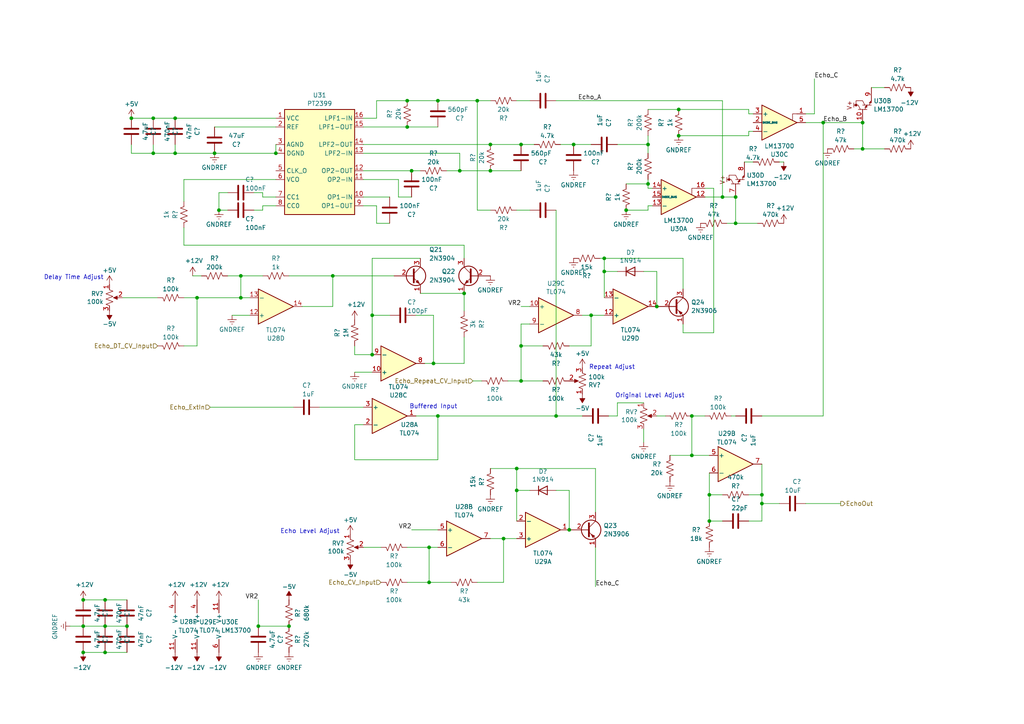
<source format=kicad_sch>
(kicad_sch (version 20230121) (generator eeschema)
  (paper "A4")
  (junction (at 57.15 86.36))
  (junction (at 175.26 74.93))
  (junction (at 36.83 181.61))
  (junction (at 30.48 181.61))
  (junction (at 119.38 49.53))
  (junction (at 220.98 146.05))
  (junction (at 62.23 44.45))
  (junction (at 142.24 41.91))
  (junction (at 196.85 31.75))
  (junction (at 124.46 158.75))
  (junction (at 69.85 80.01))
  (junction (at 127 29.21))
  (junction (at 138.43 29.21))
  (junction (at 151.13 41.91))
  (junction (at 238.76 35.56))
  (junction (at 134.62 85.09))
  (junction (at 250.19 43.18))
  (junction (at 30.48 173.99))
  (junction (at 196.85 39.37))
  (junction (at 213.36 64.77))
  (junction (at 250.19 35.56))
  (junction (at 124.46 168.91))
  (junction (at 205.74 143.51))
  (junction (at 142.24 49.53))
  (junction (at 107.95 91.44))
  (junction (at 44.45 34.29))
  (junction (at 165.1 153.67))
  (junction (at 80.01 44.45))
  (junction (at 171.45 91.44))
  (junction (at 149.86 142.24))
  (junction (at 200.66 132.08))
  (junction (at 127 120.65))
  (junction (at 213.36 57.15))
  (junction (at 146.05 156.21))
  (junction (at 151.13 100.33))
  (junction (at 74.93 181.61))
  (junction (at 149.86 135.89))
  (junction (at 83.82 181.61))
  (junction (at 205.74 151.13))
  (junction (at 50.8 34.29))
  (junction (at 187.96 53.34))
  (junction (at 30.48 189.23))
  (junction (at 44.45 44.45))
  (junction (at 133.35 49.53))
  (junction (at 69.85 86.36))
  (junction (at 118.11 36.83))
  (junction (at 24.13 173.99))
  (junction (at 190.5 88.9))
  (junction (at 161.29 120.65))
  (junction (at 125.73 105.41))
  (junction (at 50.8 44.45))
  (junction (at 166.37 41.91))
  (junction (at 209.55 57.15))
  (junction (at 63.5 60.96))
  (junction (at 96.52 80.01))
  (junction (at 151.13 110.49))
  (junction (at 107.95 102.87))
  (junction (at 220.98 143.51))
  (junction (at 181.61 60.96))
  (junction (at 175.26 78.74))
  (junction (at 187.96 41.91))
  (junction (at 118.11 29.21))
  (junction (at 24.13 181.61))
  (junction (at 24.13 189.23))
  (junction (at 38.1 34.29))
  (junction (at 200.66 120.65))
  (wire (pts (xy 165.1 153.67) (xy 165.1 142.24)))
  (wire (pts (xy 127 29.21) (xy 138.43 29.21)))
  (wire (pts (xy 142.24 41.91) (xy 151.13 41.91)))
  (wire (pts (xy 24.13 189.23) (xy 30.48 189.23)))
  (wire (pts (xy 53.34 71.12) (xy 53.34 66.04)))
  (wire (pts (xy 125.73 105.41) (xy 134.62 105.41)))
  (wire (pts (xy 105.41 41.91) (xy 142.24 41.91)))
  (wire (pts (xy 186.69 78.74) (xy 190.5 78.74)))
  (wire (pts (xy 187.96 60.96) (xy 187.96 59.69)))
  (wire (pts (xy 187.96 31.75) (xy 196.85 31.75)))
  (wire (pts (xy 76.2 57.15) (xy 76.2 55.88)))
  (wire (pts (xy 190.5 78.74) (xy 190.5 88.9)))
  (wire (pts (xy 69.85 80.01) (xy 76.2 80.01)))
  (wire (pts (xy 44.45 44.45) (xy 38.1 44.45)))
  (wire (pts (xy 105.41 52.07) (xy 115.57 52.07)))
  (wire (pts (xy 133.35 49.53) (xy 142.24 49.53)))
  (wire (pts (xy 220.98 120.65) (xy 238.76 120.65)))
  (wire (pts (xy 179.07 120.65) (xy 179.07 116.84)))
  (wire (pts (xy 175.26 74.93) (xy 198.12 74.93)))
  (wire (pts (xy 107.95 74.93) (xy 121.92 74.93)))
  (wire (pts (xy 187.96 59.69) (xy 189.23 59.69)))
  (wire (pts (xy 109.22 34.29) (xy 105.41 34.29)))
  (wire (pts (xy 105.41 57.15) (xy 113.03 57.15)))
  (wire (pts (xy 250.19 43.18) (xy 250.19 35.56)))
  (wire (pts (xy 118.11 36.83) (xy 127 36.83)))
  (wire (pts (xy 24.13 173.99) (xy 30.48 173.99)))
  (wire (pts (xy 102.87 102.87) (xy 102.87 100.33)))
  (wire (pts (xy 236.22 22.86) (xy 236.22 33.02)))
  (wire (pts (xy 107.95 91.44) (xy 107.95 74.93)))
  (wire (pts (xy 204.47 54.61) (xy 207.01 54.61)))
  (wire (pts (xy 44.45 34.29) (xy 50.8 34.29)))
  (wire (pts (xy 105.41 49.53) (xy 119.38 49.53)))
  (wire (pts (xy 233.68 35.56) (xy 238.76 35.56)))
  (wire (pts (xy 76.2 55.88) (xy 73.66 55.88)))
  (wire (pts (xy 109.22 59.69) (xy 109.22 64.77)))
  (wire (pts (xy 105.41 44.45) (xy 133.35 44.45)))
  (wire (pts (xy 189.23 54.61) (xy 187.96 54.61)))
  (wire (pts (xy 175.26 86.36) (xy 175.26 78.74)))
  (wire (pts (xy 134.62 71.12) (xy 53.34 71.12)))
  (wire (pts (xy 149.86 135.89) (xy 172.72 135.89)))
  (wire (pts (xy 142.24 49.53) (xy 151.13 49.53)))
  (wire (pts (xy 196.85 31.75) (xy 217.17 31.75)))
  (wire (pts (xy 107.95 102.87) (xy 102.87 102.87)))
  (wire (pts (xy 60.96 118.11) (xy 85.09 118.11)))
  (wire (pts (xy 69.85 86.36) (xy 72.39 86.36)))
  (wire (pts (xy 238.76 35.56) (xy 250.19 35.56)))
  (wire (pts (xy 76.2 60.96) (xy 76.2 59.69)))
  (wire (pts (xy 74.93 181.61) (xy 83.82 181.61)))
  (wire (pts (xy 149.86 29.21) (xy 153.67 29.21)))
  (wire (pts (xy 213.36 64.77) (xy 213.36 57.15)))
  (wire (pts (xy 53.34 100.33) (xy 57.15 100.33)))
  (wire (pts (xy 120.65 120.65) (xy 127 120.65)))
  (wire (pts (xy 218.44 38.1) (xy 217.17 38.1)))
  (wire (pts (xy 220.98 143.51) (xy 220.98 146.05)))
  (wire (pts (xy 134.62 71.12) (xy 134.62 74.93)))
  (wire (pts (xy 220.98 151.13) (xy 220.98 146.05)))
  (wire (pts (xy 153.67 60.96) (xy 149.86 60.96)))
  (wire (pts (xy 233.68 33.02) (xy 236.22 33.02)))
  (wire (pts (xy 217.17 38.1) (xy 217.17 39.37)))
  (wire (pts (xy 181.61 60.96) (xy 187.96 60.96)))
  (wire (pts (xy 179.07 116.84) (xy 186.69 116.84)))
  (wire (pts (xy 62.23 44.45) (xy 50.8 44.45)))
  (wire (pts (xy 107.95 102.87) (xy 107.95 91.44)))
  (wire (pts (xy 102.87 107.95) (xy 107.95 107.95)))
  (wire (pts (xy 151.13 110.49) (xy 157.48 110.49)))
  (wire (pts (xy 161.29 120.65) (xy 168.91 120.65)))
  (wire (pts (xy 62.23 36.83) (xy 80.01 36.83)))
  (wire (pts (xy 142.24 135.89) (xy 149.86 135.89)))
  (wire (pts (xy 76.2 57.15) (xy 80.01 57.15)))
  (wire (pts (xy 205.74 143.51) (xy 205.74 151.13)))
  (wire (pts (xy 181.61 53.34) (xy 187.96 53.34)))
  (wire (pts (xy 220.98 146.05) (xy 226.06 146.05)))
  (wire (pts (xy 124.46 158.75) (xy 127 158.75)))
  (wire (pts (xy 186.69 124.46) (xy 186.69 128.27)))
  (wire (pts (xy 83.82 80.01) (xy 96.52 80.01)))
  (wire (pts (xy 20.32 181.61) (xy 24.13 181.61)))
  (wire (pts (xy 87.63 88.9) (xy 96.52 88.9)))
  (wire (pts (xy 175.26 78.74) (xy 175.26 74.93)))
  (wire (pts (xy 38.1 34.29) (xy 44.45 34.29)))
  (wire (pts (xy 35.56 86.36) (xy 45.72 86.36)))
  (wire (pts (xy 168.91 91.44) (xy 171.45 91.44)))
  (wire (pts (xy 133.35 44.45) (xy 133.35 49.53)))
  (wire (pts (xy 38.1 44.45) (xy 38.1 41.91)))
  (wire (pts (xy 76.2 59.69) (xy 80.01 59.69)))
  (wire (pts (xy 92.71 118.11) (xy 105.41 118.11)))
  (wire (pts (xy 62.23 44.45) (xy 80.01 44.45)))
  (wire (pts (xy 205.74 137.16) (xy 205.74 143.51)))
  (wire (pts (xy 247.65 43.18) (xy 250.19 43.18)))
  (wire (pts (xy 73.66 60.96) (xy 76.2 60.96)))
  (wire (pts (xy 127 120.65) (xy 161.29 120.65)))
  (wire (pts (xy 187.96 53.34) (xy 187.96 54.61)))
  (wire (pts (xy 130.81 168.91) (xy 124.46 168.91)))
  (wire (pts (xy 146.05 168.91) (xy 146.05 156.21)))
  (wire (pts (xy 161.29 29.21) (xy 209.55 29.21)))
  (wire (pts (xy 194.31 132.08) (xy 200.66 132.08)))
  (wire (pts (xy 55.88 80.01) (xy 58.42 80.01)))
  (wire (pts (xy 142.24 156.21) (xy 146.05 156.21)))
  (wire (pts (xy 209.55 143.51) (xy 205.74 143.51)))
  (wire (pts (xy 209.55 57.15) (xy 213.36 57.15)))
  (wire (pts (xy 171.45 91.44) (xy 175.26 91.44)))
  (wire (pts (xy 157.48 100.33) (xy 151.13 100.33)))
  (wire (pts (xy 67.31 91.44) (xy 72.39 91.44)))
  (wire (pts (xy 102.87 123.19) (xy 105.41 123.19)))
  (wire (pts (xy 220.98 134.62) (xy 220.98 143.51)))
  (wire (pts (xy 30.48 173.99) (xy 36.83 173.99)))
  (wire (pts (xy 118.11 168.91) (xy 124.46 168.91)))
  (wire (pts (xy 120.65 91.44) (xy 125.73 91.44)))
  (wire (pts (xy 238.76 120.65) (xy 238.76 35.56)))
  (wire (pts (xy 124.46 168.91) (xy 124.46 158.75)))
  (wire (pts (xy 176.53 120.65) (xy 179.07 120.65)))
  (wire (pts (xy 119.38 153.67) (xy 127 153.67)))
  (wire (pts (xy 118.11 158.75) (xy 124.46 158.75)))
  (wire (pts (xy 162.56 41.91) (xy 166.37 41.91)))
  (wire (pts (xy 44.45 41.91) (xy 44.45 44.45)))
  (wire (pts (xy 233.68 146.05) (xy 243.84 146.05)))
  (wire (pts (xy 63.5 55.88) (xy 63.5 60.96)))
  (wire (pts (xy 96.52 88.9) (xy 96.52 80.01)))
  (wire (pts (xy 187.96 39.37) (xy 187.96 41.91)))
  (wire (pts (xy 205.74 151.13) (xy 209.55 151.13)))
  (wire (pts (xy 105.41 158.75) (xy 110.49 158.75)))
  (wire (pts (xy 198.12 93.98) (xy 198.12 96.52)))
  (wire (pts (xy 109.22 64.77) (xy 113.03 64.77)))
  (wire (pts (xy 200.66 120.65) (xy 204.47 120.65)))
  (wire (pts (xy 209.55 57.15) (xy 209.55 29.21)))
  (wire (pts (xy 53.34 86.36) (xy 57.15 86.36)))
  (wire (pts (xy 115.57 52.07) (xy 115.57 57.15)))
  (wire (pts (xy 172.72 158.75) (xy 172.72 170.18)))
  (wire (pts (xy 134.62 85.09) (xy 134.62 90.17)))
  (wire (pts (xy 125.73 91.44) (xy 125.73 105.41)))
  (wire (pts (xy 30.48 189.23) (xy 36.83 189.23)))
  (wire (pts (xy 50.8 34.29) (xy 80.01 34.29)))
  (wire (pts (xy 102.87 123.19) (xy 102.87 133.35)))
  (wire (pts (xy 175.26 78.74) (xy 179.07 78.74)))
  (wire (pts (xy 252.73 25.4) (xy 256.54 25.4)))
  (wire (pts (xy 139.7 110.49) (xy 137.16 110.49)))
  (wire (pts (xy 109.22 34.29) (xy 109.22 29.21)))
  (wire (pts (xy 207.01 54.61) (xy 207.01 96.52)))
  (wire (pts (xy 196.85 39.37) (xy 217.17 39.37)))
  (wire (pts (xy 57.15 86.36) (xy 57.15 100.33)))
  (wire (pts (xy 63.5 60.96) (xy 66.04 60.96)))
  (wire (pts (xy 213.36 64.77) (xy 219.71 64.77)))
  (wire (pts (xy 24.13 181.61) (xy 30.48 181.61)))
  (wire (pts (xy 66.04 55.88) (xy 63.5 55.88)))
  (wire (pts (xy 123.19 105.41) (xy 125.73 105.41)))
  (wire (pts (xy 129.54 49.53) (xy 133.35 49.53)))
  (wire (pts (xy 215.9 46.99) (xy 218.44 46.99)))
  (wire (pts (xy 175.26 74.93) (xy 173.99 74.93)))
  (wire (pts (xy 151.13 41.91) (xy 154.94 41.91)))
  (wire (pts (xy 96.52 80.01) (xy 114.3 80.01)))
  (wire (pts (xy 69.85 86.36) (xy 69.85 80.01)))
  (wire (pts (xy 74.93 173.99) (xy 74.93 181.61)))
  (wire (pts (xy 66.04 80.01) (xy 69.85 80.01)))
  (wire (pts (xy 187.96 41.91) (xy 179.07 41.91)))
  (wire (pts (xy 50.8 44.45) (xy 44.45 44.45)))
  (wire (pts (xy 187.96 44.45) (xy 187.96 41.91)))
  (wire (pts (xy 134.62 105.41) (xy 134.62 97.79)))
  (wire (pts (xy 121.92 85.09) (xy 134.62 85.09)))
  (wire (pts (xy 149.86 135.89) (xy 149.86 142.24)))
  (wire (pts (xy 109.22 29.21) (xy 118.11 29.21)))
  (wire (pts (xy 210.82 64.77) (xy 213.36 64.77)))
  (wire (pts (xy 151.13 100.33) (xy 151.13 93.98)))
  (wire (pts (xy 250.19 43.18) (xy 256.54 43.18)))
  (wire (pts (xy 204.47 57.15) (xy 209.55 57.15)))
  (wire (pts (xy 217.17 33.02) (xy 218.44 33.02)))
  (wire (pts (xy 190.5 120.65) (xy 193.04 120.65)))
  (wire (pts (xy 50.8 41.91) (xy 50.8 44.45)))
  (wire (pts (xy 151.13 93.98) (xy 153.67 93.98)))
  (wire (pts (xy 147.32 110.49) (xy 151.13 110.49)))
  (wire (pts (xy 115.57 57.15) (xy 119.38 57.15)))
  (wire (pts (xy 80.01 41.91) (xy 80.01 44.45)))
  (wire (pts (xy 80.01 52.07) (xy 53.34 52.07)))
  (wire (pts (xy 118.11 29.21) (xy 127 29.21)))
  (wire (pts (xy 138.43 60.96) (xy 138.43 29.21)))
  (wire (pts (xy 105.41 36.83) (xy 118.11 36.83)))
  (wire (pts (xy 151.13 100.33) (xy 151.13 110.49)))
  (wire (pts (xy 149.86 142.24) (xy 153.67 142.24)))
  (wire (pts (xy 205.74 132.08) (xy 200.66 132.08)))
  (wire (pts (xy 57.15 86.36) (xy 69.85 86.36)))
  (wire (pts (xy 217.17 143.51) (xy 220.98 143.51)))
  (wire (pts (xy 105.41 59.69) (xy 109.22 59.69)))
  (wire (pts (xy 161.29 120.65) (xy 161.29 60.96)))
  (wire (pts (xy 138.43 168.91) (xy 146.05 168.91)))
  (wire (pts (xy 171.45 100.33) (xy 171.45 91.44)))
  (wire (pts (xy 142.24 60.96) (xy 138.43 60.96)))
  (wire (pts (xy 172.72 148.59) (xy 172.72 135.89)))
  (wire (pts (xy 213.36 120.65) (xy 212.09 120.65)))
  (wire (pts (xy 107.95 91.44) (xy 113.03 91.44)))
  (wire (pts (xy 165.1 100.33) (xy 171.45 100.33)))
  (wire (pts (xy 146.05 156.21) (xy 149.86 156.21)))
  (wire (pts (xy 198.12 74.93) (xy 198.12 83.82)))
  (wire (pts (xy 198.12 96.52) (xy 207.01 96.52)))
  (wire (pts (xy 30.48 181.61) (xy 36.83 181.61)))
  (wire (pts (xy 138.43 29.21) (xy 142.24 29.21)))
  (wire (pts (xy 217.17 31.75) (xy 217.17 33.02)))
  (wire (pts (xy 200.66 120.65) (xy 200.66 132.08)))
  (wire (pts (xy 151.13 88.9) (xy 153.67 88.9)))
  (wire (pts (xy 53.34 52.07) (xy 53.34 58.42)))
  (wire (pts (xy 161.29 142.24) (xy 165.1 142.24)))
  (wire (pts (xy 149.86 142.24) (xy 149.86 151.13)))
  (wire (pts (xy 187.96 52.07) (xy 187.96 53.34)))
  (wire (pts (xy 166.37 41.91) (xy 171.45 41.91)))
  (wire (pts (xy 226.06 46.99) (xy 227.33 46.99)))
  (wire (pts (xy 119.38 49.53) (xy 121.92 49.53)))
  (wire (pts (xy 217.17 151.13) (xy 220.98 151.13)))
  (wire (pts (xy 127 133.35) (xy 127 120.65)))
  (wire (pts (xy 102.87 133.35) (xy 127 133.35)))
  (text "Buffered Input" (at 118.745 118.745 0) (effects (font (size 1.27 1.27)) (justify left bottom)))
  (text "Original Level Adjust" (at 178.435 115.57 0) (effects (font (size 1.27 1.27)) (justify left bottom)))
  (text "Echo Level Adjust" (at 81.28 154.94 0) (effects (font (size 1.27 1.27)) (justify left bottom)))
  (text "Repeat Adjust" (at 170.815 107.315 0) (effects (font (size 1.27 1.27)) (justify left bottom)))
  (text "Delay Time Adjust" (at 12.7 81.28 0) (effects (font (size 1.27 1.27)) (justify left bottom)))
  (label "Echo_C" (at 236.22 22.86 0))
  (label "Echo_C" (at 172.72 170.18 0))
  (label "Echo_B" (at 238.76 35.56 0))
  (label "VR2" (at 119.38 153.67 180))
  (label "VR2" (at 74.93 173.99 180))
  (label "VR2" (at 151.13 88.9 180))
  (label "Echo_A" (at 167.64 29.21 0))
  (hierarchical_label "Echo_CV_Input" (shape input) (at 110.49 168.91 180))
  (hierarchical_label "Echo_ExtIn" (shape input) (at 60.96 118.11 180))
  (hierarchical_label "Echo_Repeat_CV_Input" (shape input) (at 137.16 110.49 180))
  (hierarchical_label "Echo_DT_CV_Input" (shape input) (at 45.72 100.33 180))
  (hierarchical_label "EchoOut" (shape output) (at 243.84 146.05 0))
  (symbol (lib_id "Device:R_US") (at 196.85 35.56 0) (mirror y) (unit 1)
    (property "Reference" "R?" (at 191.77 35.56 90))
    (property "Value" "1k" (at 194.31 35.56 90))
    (property "Footprint" "Resistor_SMD:R_0603_1608Metric" (effects hide))
    (instances (project "SynthProj" (path "" (reference "R?") (unit 1)) (path "" (reference "R?") (unit 1)) (path "" (reference "R294") (unit 1))))
  )
  (symbol (lib_id "power:+5V") (at 38.1 34.29 0) (unit 1)
    (property "Reference" "#PWR0326" (effects hide))
    (property "Value" "+5V" (at 38.1 30.1569 0))
  )
  (symbol (lib_id "Device:C") (at 151.13 45.72 180) (unit 1)
    (property "Reference" "C?" (at 158.75 46.99 0) (effects (justify left)))
    (property "Value" "560pF" (at 160.02 44.45 0) (effects (justify left)))
    (property "Footprint" "Capacitor_SMD:C_0603_1608Metric" (effects hide))
    (instances (project "SynthProj" (path "" (reference "C?") (unit 1)) (path "" (reference "C?") (unit 1)) (path "" (reference "C154") (unit 1))))
  )
  (symbol (lib_id "Device:C") (at 116.84 91.44 270) (unit 1)
    (property "Reference" "C?" (at 118.11 87.63 90) (effects (justify left)))
    (property "Value" "100pF" (at 118.11 90.17 90) (effects (justify left)))
    (property "Footprint" "Capacitor_SMD:C_0603_1608Metric" (effects hide))
    (instances (project "SynthProj" (path "" (reference "C?") (unit 1)) (path "" (reference "C?") (unit 1)) (path "" (reference "C151") (unit 1))))
  )
  (symbol (lib_id "Diode:1N914") (at 182.88 78.74 0) (unit 1)
    (property "Reference" "D?" (at 182.88 73.2282 0))
    (property "Value" "1N914" (at 182.88 75.5396 0))
    (property "Footprint" "Diode_SMD:D_SOD-323F" (effects hide))
    (property "Datasheet" "http://www.vishay.com/docs/85622/1n914.pdf" (effects hide))
    (instances (project "SynthProj" (path "" (reference "D?") (unit 1)) (path "" (reference "D?") (unit 1)) (path "" (reference "D83") (unit 1))))
  )
  (symbol (lib_id "Device:C") (at 38.1 38.1 180) (unit 1)
    (property "Reference" "C?" (at 44.5008 38.1 90))
    (property "Value" "4.7uF" (at 42.1894 38.1 90))
    (property "Footprint" "Capacitor_SMD:C_0805_2012Metric" (effects hide))
    (instances (project "SynthProj" (path "" (reference "C?") (unit 1)) (path "" (reference "C141") (unit 1))))
  )
  (symbol (lib_id "Device:C") (at 166.37 45.72 180) (unit 1)
    (property "Reference" "C?" (at 173.99 46.99 0) (effects (justify left)))
    (property "Value" "100nF" (at 175.26 44.45 0) (effects (justify left)))
    (property "Footprint" "Capacitor_SMD:C_0603_1608Metric" (effects hide))
    (instances (project "SynthProj" (path "" (reference "C?") (unit 1)) (path "" (reference "C?") (unit 1)) (path "" (reference "C157") (unit 1))))
  )
  (symbol (lib_id "Device:R_US") (at 158.75 41.91 270) (mirror x) (unit 1)
    (property "Reference" "R?" (at 158.75 36.83 90))
    (property "Value" "4.7k" (at 158.75 39.37 90))
    (property "Footprint" "Resistor_SMD:R_0603_1608Metric" (effects hide))
    (instances (project "SynthProj" (path "" (reference "R?") (unit 1)) (path "" (reference "R?") (unit 1)) (path "" (reference "R286") (unit 1))))
  )
  (symbol (lib_id "power:GNDREF") (at 203.2 64.77 0) (mirror y) (unit 1)
    (property "Reference" "#PWR0358" (effects hide))
    (property "Value" "GNDREF" (at 203.2 68.9031 0))
  )
  (symbol (lib_id "Amplifier_Operational:LM13700") (at 226.06 35.56 0) (mirror x) (unit 3)
    (property "Reference" "U30" (at 226.06 44.7843 0))
    (property "Value" "LM13700" (at 226.06 42.3601 0))
    (property "Footprint" "Package_SO:SO-16_5.3x10.2mm_P1.27mm" (effects hide))
    (property "Datasheet" "http://www.ti.com/lit/ds/symlink/lm13700.pdf" (effects hide))
  )
  (symbol (lib_id "power:GNDREF") (at 142.24 143.51 0) (mirror y) (unit 1)
    (property "Reference" "#PWR0349" (effects hide))
    (property "Value" "GNDREF" (at 142.24 147.6431 0))
  )
  (symbol (lib_id "Transistor_BJT:2N3906") (at 195.58 88.9 0) (unit 1)
    (property "Reference" "Q24" (at 200.4314 87.6879 0) (effects (justify left)))
    (property "Value" "2N3906" (at 200.4314 90.1121 0) (effects (justify left)))
    (property "Footprint" "Package_TO_SOT_THT:TO-92_Inline" (effects hide))
    (property "Datasheet" "https://www.onsemi.com/pub/Collateral/2N3906-D.PDF" (effects hide))
  )
  (symbol (lib_id "Device:C") (at 88.9 118.11 270) (unit 1)
    (property "Reference" "C?" (at 87.63 111.76 90) (effects (justify left)))
    (property "Value" "1uF" (at 87.63 114.3 90) (effects (justify left)))
    (property "Footprint" "Capacitor_SMD:C_0805_2012Metric" (effects hide))
    (instances (project "SynthProj" (path "" (reference "C?") (unit 1)) (path "" (reference "C?") (unit 1)) (path "" (reference "C148") (unit 1))))
  )
  (symbol (lib_id "Device:R_US") (at 161.29 110.49 270) (mirror x) (unit 1)
    (property "Reference" "R?" (at 161.29 113.03 90))
    (property "Value" "100k" (at 161.29 115.57 90))
    (property "Footprint" "Resistor_SMD:R_0603_1608Metric" (effects hide))
    (instances (project "SynthProj" (path "" (reference "R?") (unit 1)) (path "" (reference "R?") (unit 1)) (path "" (reference "R288") (unit 1))))
  )
  (symbol (lib_id "Device:C") (at 217.17 120.65 90) (unit 1)
    (property "Reference" "C?" (at 215.9 128.27 0) (effects (justify left)))
    (property "Value" "1uF" (at 218.44 129.54 0) (effects (justify left)))
    (property "Footprint" "Capacitor_SMD:C_0805_2012Metric" (effects hide))
    (instances (project "SynthProj" (path "" (reference "C?") (unit 1)) (path "" (reference "C?") (unit 1)) (path "" (reference "C161") (unit 1))))
  )
  (symbol (lib_id "Device:C") (at 24.13 177.8 180) (unit 1)
    (property "Reference" "C?" (at 30.5308 177.8 90))
    (property "Value" "4.7uF" (at 28.2194 177.8 90))
    (property "Footprint" "Capacitor_SMD:C_0805_2012Metric" (effects hide))
    (instances (project "SynthProj" (path "" (reference "C?") (unit 1)) (path "" (reference "C135") (unit 1))))
  )
  (symbol (lib_id "power:-12V") (at 57.15 189.23 180) (unit 1)
    (property "Reference" "#PWR?" (effects hide))
    (property "Value" "-12V" (at 56.769 193.6242 0))
    (instances (project "SynthProj" (path "" (reference "#PWR?") (unit 1)) (path "" (reference "#PWR0332") (unit 1))))
  )
  (symbol (lib_id "Amplifier_Operational:TL074") (at 115.57 105.41 0) (mirror x) (unit 3)
    (property "Reference" "U28" (at 115.57 114.6343 0))
    (property "Value" "TL074" (at 115.57 112.2101 0))
    (property "Footprint" "Package_SO:SO-14_3.9x8.65mm_P1.27mm" (effects hide))
    (property "Datasheet" "http://www.ti.com/lit/ds/symlink/tl071.pdf" (effects hide))
  )
  (symbol (lib_id "power:+5V") (at 168.91 106.68 0) (unit 1)
    (property "Reference" "#PWR0352" (effects hide))
    (property "Value" "+5V" (at 168.91 102.5469 0))
  )
  (symbol (lib_id "power:+12V") (at 50.8 173.99 0) (unit 1)
    (property "Reference" "#PWR?" (effects hide))
    (property "Value" "+12V" (at 51.181 169.5958 0))
    (instances (project "SynthProj" (path "" (reference "#PWR?") (unit 1)) (path "" (reference "#PWR0328") (unit 1))))
  )
  (symbol (lib_id "Device:R_US") (at 146.05 29.21 90) (mirror x) (unit 1)
    (property "Reference" "R?" (at 146.05 34.29 90))
    (property "Value" "20k" (at 146.05 31.75 90))
    (property "Footprint" "Resistor_SMD:R_0603_1608Metric" (effects hide))
    (instances (project "SynthProj" (path "" (reference "R?") (unit 1)) (path "" (reference "R?") (unit 1)) (path "" (reference "R284") (unit 1))))
  )
  (symbol (lib_id "power:GNDREF") (at 63.5 60.96 0) (mirror y) (unit 1)
    (property "Reference" "#PWR0334" (effects hide))
    (property "Value" "GNDREF" (at 63.5 65.0931 0))
  )
  (symbol (lib_id "power:+12V") (at 24.13 173.99 0) (unit 1)
    (property "Reference" "#PWR?" (effects hide))
    (property "Value" "+12V" (at 24.511 169.5958 0))
    (instances (project "SynthProj" (path "" (reference "#PWR?") (unit 1)) (path "" (reference "#PWR0322") (unit 1))))
  )
  (symbol (lib_id "Device:R_US") (at 187.96 48.26 0) (mirror y) (unit 1)
    (property "Reference" "R?" (at 182.88 48.26 90))
    (property "Value" "200k" (at 185.42 48.26 90))
    (property "Footprint" "Resistor_SMD:R_0603_1608Metric" (effects hide))
    (instances (project "SynthProj" (path "" (reference "R?") (unit 1)) (path "" (reference "R?") (unit 1)) (path "" (reference "R292") (unit 1))))
  )
  (symbol (lib_id "power:+12V") (at 102.87 92.71 0) (unit 1)
    (property "Reference" "#PWR?" (effects hide))
    (property "Value" "+12V" (at 103.251 88.3158 0))
    (instances (project "SynthProj" (path "" (reference "#PWR?") (unit 1)) (path "" (reference "#PWR0346") (unit 1))))
  )
  (symbol (lib_id "Device:R_US") (at 260.35 25.4 270) (mirror x) (unit 1)
    (property "Reference" "R?" (at 260.35 20.32 90))
    (property "Value" "4.7k" (at 260.35 22.86 90))
    (property "Footprint" "Resistor_SMD:R_0603_1608Metric" (effects hide))
    (instances (project "SynthProj" (path "" (reference "R?") (unit 1)) (path "" (reference "R?") (unit 1)) (path "" (reference "R303") (unit 1))))
  )
  (symbol (lib_id "Device:C") (at 127 33.02 180) (unit 1)
    (property "Reference" "C?" (at 134.62 34.29 0) (effects (justify left)))
    (property "Value" "560pF" (at 135.89 31.75 0) (effects (justify left)))
    (property "Footprint" "Capacitor_SMD:C_0603_1608Metric" (effects hide))
    (instances (project "SynthProj" (path "" (reference "C?") (unit 1)) (path "" (reference "C?") (unit 1)) (path "" (reference "C153") (unit 1))))
  )
  (symbol (lib_id "Device:R_US") (at 62.23 80.01 270) (mirror x) (unit 1)
    (property "Reference" "R?" (at 62.23 74.93 90))
    (property "Value" "200k" (at 62.23 77.47 90))
    (property "Footprint" "Resistor_SMD:R_0603_1608Metric" (effects hide))
    (instances (project "SynthProj" (path "" (reference "R?") (unit 1)) (path "" (reference "R?") (unit 1)) (path "" (reference "R266") (unit 1))))
  )
  (symbol (lib_id "Device:R_US") (at 243.84 43.18 270) (mirror x) (unit 1)
    (property "Reference" "R?" (at 243.84 38.1 90))
    (property "Value" "47k" (at 243.84 40.64 90))
    (property "Footprint" "Resistor_SMD:R_0603_1608Metric" (effects hide))
    (instances (project "SynthProj" (path "" (reference "R?") (unit 1)) (path "" (reference "R?") (unit 1)) (path "" (reference "R302") (unit 1))))
  )
  (symbol (lib_id "Device:R_US") (at 143.51 110.49 270) (mirror x) (unit 1)
    (property "Reference" "R?" (at 143.51 113.03 90))
    (property "Value" "100k" (at 143.51 115.57 90))
    (property "Footprint" "Resistor_SMD:R_0603_1608Metric" (effects hide))
    (instances (project "SynthProj" (path "" (reference "R?") (unit 1)) (path "" (reference "R?") (unit 1)) (path "" (reference "R283") (unit 1))))
  )
  (symbol (lib_id "Device:R_US") (at 181.61 57.15 0) (mirror y) (unit 1)
    (property "Reference" "R?" (at 176.53 57.15 90))
    (property "Value" "1k" (at 179.07 57.15 90))
    (property "Footprint" "Resistor_SMD:R_0603_1608Metric" (effects hide))
    (instances (project "SynthProj" (path "" (reference "R?") (unit 1)) (path "" (reference "R?") (unit 1)) (path "" (reference "R290") (unit 1))))
  )
  (symbol (lib_id "power:+5V") (at 101.6 154.94 0) (unit 1)
    (property "Reference" "#PWR0344" (effects hide))
    (property "Value" "+5V" (at 101.6 150.8069 0))
  )
  (symbol (lib_id "Device:R_US") (at 134.62 168.91 90) (mirror x) (unit 1)
    (property "Reference" "R?" (at 134.62 171.45 90))
    (property "Value" "43k" (at 134.62 173.99 90))
    (property "Footprint" "Resistor_SMD:R_0603_1608Metric" (effects hide))
    (instances (project "SynthProj" (path "" (reference "R?") (unit 1)) (path "" (reference "R?") (unit 1)) (path "" (reference "R280") (unit 1))))
  )
  (symbol (lib_id "power:+12V") (at 264.16 43.18 0) (unit 1)
    (property "Reference" "#PWR?" (effects hide))
    (property "Value" "+12V" (at 264.541 38.7858 0))
    (instances (project "SynthProj" (path "" (reference "#PWR?") (unit 1)) (path "" (reference "#PWR0364") (unit 1))))
  )
  (symbol (lib_id "power:GNDREF") (at 102.87 107.95 0) (mirror y) (unit 1)
    (property "Reference" "#PWR0347" (effects hide))
    (property "Value" "GNDREF" (at 102.87 112.0831 0))
  )
  (symbol (lib_id "power:GNDREF") (at 67.31 91.44 0) (mirror y) (unit 1)
    (property "Reference" "#PWR0337" (effects hide))
    (property "Value" "GNDREF" (at 67.31 95.5731 0))
  )
  (symbol (lib_id "Device:C") (at 213.36 151.13 270) (unit 1)
    (property "Reference" "C?" (at 212.09 144.78 90) (effects (justify left)))
    (property "Value" "22pF" (at 212.09 147.32 90) (effects (justify left)))
    (property "Footprint" "Capacitor_SMD:C_0603_1608Metric" (effects hide))
    (instances (project "SynthProj" (path "" (reference "C?") (unit 1)) (path "" (reference "C?") (unit 1)) (path "" (reference "C160") (unit 1))))
  )
  (symbol (lib_id "Device:R_US") (at 83.82 185.42 0) (mirror x) (unit 1)
    (property "Reference" "R?" (at 86.36 185.42 90))
    (property "Value" "270k" (at 88.9 185.42 90))
    (property "Footprint" "Resistor_SMD:R_0603_1608Metric" (effects hide))
    (instances (project "SynthProj" (path "" (reference "R?") (unit 1)) (path "" (reference "R?") (unit 1)) (path "" (reference "R270") (unit 1))))
  )
  (symbol (lib_id "Device:R_US") (at 207.01 64.77 270) (mirror x) (unit 1)
    (property "Reference" "R?" (at 207.01 59.69 90))
    (property "Value" "47k" (at 207.01 62.23 90))
    (property "Footprint" "Resistor_SMD:R_0603_1608Metric" (effects hide))
    (instances (project "SynthProj" (path "" (reference "R?") (unit 1)) (path "" (reference "R?") (unit 1)) (path "" (reference "R297") (unit 1))))
  )
  (symbol (lib_id "Device:R_US") (at 80.01 80.01 270) (mirror x) (unit 1)
    (property "Reference" "R?" (at 80.01 74.93 90))
    (property "Value" "1k" (at 80.01 77.47 90))
    (property "Footprint" "Resistor_SMD:R_0603_1608Metric" (effects hide))
    (instances (project "SynthProj" (path "" (reference "R?") (unit 1)) (path "" (reference "R?") (unit 1)) (path "" (reference "R268") (unit 1))))
  )
  (symbol (lib_id "Device:C") (at 157.48 29.21 270) (unit 1)
    (property "Reference" "C?" (at 158.75 21.59 0) (effects (justify left)))
    (property "Value" "1uF" (at 156.21 20.32 0) (effects (justify left)))
    (property "Footprint" "Capacitor_SMD:C_0805_2012Metric" (effects hide))
    (instances (project "SynthProj" (path "" (reference "C?") (unit 1)) (path "" (reference "C?") (unit 1)) (path "" (reference "C155") (unit 1))))
  )
  (symbol (lib_id "power:GNDREF") (at 142.24 80.01 0) (mirror y) (unit 1)
    (property "Reference" "#PWR0348" (effects hide))
    (property "Value" "GNDREF" (at 142.24 84.1431 0))
  )
  (symbol (lib_id "Transistor_BJT:2N3904") (at 137.16 80.01 0) (mirror y) (unit 1)
    (property "Reference" "Q22" (at 132.08 78.74 0) (effects (justify left)))
    (property "Value" "2N3904" (at 132.08 81.28 0) (effects (justify left)))
    (property "Footprint" "Package_TO_SOT_THT:TO-92_Inline" (effects hide))
    (property "Datasheet" "https://www.onsemi.com/pub/Collateral/2N3903-D.PDF" (effects hide))
  )
  (symbol (lib_id "Device:R_US") (at 205.74 154.94 0) (mirror y) (unit 1)
    (property "Reference" "R?" (at 201.93 153.67 0))
    (property "Value" "18k" (at 201.93 156.21 0))
    (property "Footprint" "Resistor_SMD:R_0603_1608Metric" (effects hide))
    (instances (project "SynthProj" (path "" (reference "R?") (unit 1)) (path "" (reference "R?") (unit 1)) (path "" (reference "R296") (unit 1))))
  )
  (symbol (lib_id "Device:R_US") (at 194.31 135.89 0) (mirror y) (unit 1)
    (property "Reference" "R?" (at 190.5 134.62 0))
    (property "Value" "20k" (at 190.5 137.16 0))
    (property "Footprint" "Resistor_SMD:R_0603_1608Metric" (effects hide))
    (instances (project "SynthProj" (path "" (reference "R?") (unit 1)) (path "" (reference "R?") (unit 1)) (path "" (reference "R293") (unit 1))))
  )
  (symbol (lib_id "power:+12V") (at 57.15 173.99 0) (unit 1)
    (property "Reference" "#PWR?" (effects hide))
    (property "Value" "+12V" (at 57.531 169.5958 0))
    (instances (project "SynthProj" (path "" (reference "#PWR?") (unit 1)) (path "" (reference "#PWR0331") (unit 1))))
  )
  (symbol (lib_id "power:-5V") (at 83.82 173.99 0) (unit 1)
    (property "Reference" "#PWR0341" (effects hide))
    (property "Value" "-5V" (at 83.82 170.18 0))
  )
  (symbol (lib_id "Device:R_US") (at 49.53 86.36 270) (mirror x) (unit 1)
    (property "Reference" "R?" (at 49.53 81.28 90))
    (property "Value" "100k" (at 49.53 83.82 90))
    (property "Footprint" "Resistor_SMD:R_0603_1608Metric" (effects hide))
    (instances (project "SynthProj" (path "" (reference "R?") (unit 1)) (path "" (reference "R?") (unit 1)) (path "" (reference "R263") (unit 1))))
  )
  (symbol (lib_id "SynthProj-rescue:R_POT_US-Device") (at 186.69 120.65 0) (unit 1)
    (property "Reference" "RV?" (at 184.9882 119.4816 0) (effects (justify right)))
    (property "Value" "100k" (at 184.9882 121.793 0) (effects (justify right)))
    (property "Footprint" "Potentiometer_THT:Potentiometer_Alps_RK09K_Single_Vertical" (effects hide))
    (instances (project "SynthProj" (path "" (reference "RV?") (unit 1)) (path "" (reference "RV?") (unit 1)) (path "" (reference "RV?") (unit 1)) (path "" (reference "RV78") (unit 1))))
  )
  (symbol (lib_id "Amplifier_Operational:TL074") (at 53.34 181.61 0) (unit 5)
    (property "Reference" "U28" (at 54.61 180.34 0))
    (property "Value" "TL074" (at 54.61 182.88 0))
    (property "Footprint" "Package_SO:SO-14_3.9x8.65mm_P1.27mm" (effects hide))
    (property "Datasheet" "http://www.ti.com/lit/ds/symlink/tl071.pdf" (effects hide))
  )
  (symbol (lib_id "power:GNDREF") (at 205.74 158.75 0) (mirror y) (unit 1)
    (property "Reference" "#PWR0359" (effects hide))
    (property "Value" "GNDREF" (at 205.74 162.8831 0))
  )
  (symbol (lib_id "Device:R_US") (at 102.87 96.52 0) (mirror y) (unit 1)
    (property "Reference" "R?" (at 97.79 96.52 90))
    (property "Value" "1M" (at 100.33 96.52 90))
    (property "Footprint" "Resistor_SMD:R_0603_1608Metric" (effects hide))
    (instances (project "SynthProj" (path "" (reference "R?") (unit 1)) (path "" (reference "R?") (unit 1)) (path "" (reference "R273") (unit 1))))
  )
  (symbol (lib_id "Device:C") (at 24.13 185.42 180) (unit 1)
    (property "Reference" "C?" (at 30.5308 185.42 90))
    (property "Value" "4.7uF" (at 28.2194 185.42 90))
    (property "Footprint" "Capacitor_SMD:C_0805_2012Metric" (effects hide))
    (instances (project "SynthProj" (path "" (reference "C?") (unit 1)) (path "" (reference "C136") (unit 1))))
  )
  (symbol (lib_id "Amplifier_Operational:LM13700") (at 66.04 181.61 0) (unit 5)
    (property "Reference" "U30" (at 64.135 180.3979 0) (effects (justify left)))
    (property "Value" "LM13700" (at 64.135 182.8221 0) (effects (justify left)))
    (property "Footprint" "Package_SO:SO-16_5.3x10.2mm_P1.27mm" (effects hide))
    (property "Datasheet" "http://www.ti.com/lit/ds/symlink/lm13700.pdf" (effects hide))
  )
  (symbol (lib_id "power:-12V") (at 264.16 25.4 180) (unit 1)
    (property "Reference" "#PWR?" (effects hide))
    (property "Value" "-12V" (at 263.779 29.7942 0))
    (instances (project "SynthProj" (path "" (reference "#PWR?") (unit 1)) (path "" (reference "#PWR0363") (unit 1))))
  )
  (symbol (lib_id "Device:R_US") (at 142.24 45.72 0) (mirror y) (unit 1)
    (property "Reference" "R?" (at 137.16 45.72 90))
    (property "Value" "20k" (at 139.7 45.72 90))
    (property "Footprint" "Resistor_SMD:R_0603_1608Metric" (effects hide))
    (instances (project "SynthProj" (path "" (reference "R?") (unit 1)) (path "" (reference "R?") (unit 1)) (path "" (reference "R281") (unit 1))))
  )
  (symbol (lib_id "SynthProj-rescue:R_POT_US-Device") (at 101.6 158.75 0) (unit 1)
    (property "Reference" "RV?" (at 99.8982 157.5816 0) (effects (justify right)))
    (property "Value" "100k" (at 99.8982 159.893 0) (effects (justify right)))
    (property "Footprint" "Potentiometer_THT:Potentiometer_Alps_RK09K_Single_Vertical" (effects hide))
    (instances (project "SynthProj" (path "" (reference "RV?") (unit 1)) (path "" (reference "RV?") (unit 1)) (path "" (reference "RV?") (unit 1)) (path "" (reference "RV76") (unit 1))))
  )
  (symbol (lib_id "Device:R_US") (at 118.11 33.02 0) (mirror y) (unit 1)
    (property "Reference" "R?" (at 113.03 33.02 90))
    (property "Value" "20k" (at 115.57 33.02 90))
    (property "Footprint" "Resistor_SMD:R_0603_1608Metric" (effects hide))
    (instances (project "SynthProj" (path "" (reference "R?") (unit 1)) (path "" (reference "R?") (unit 1)) (path "" (reference "R277") (unit 1))))
  )
  (symbol (lib_id "Device:C") (at 229.87 146.05 90) (unit 1)
    (property "Reference" "C?" (at 232.41 139.7 90) (effects (justify left)))
    (property "Value" "10uF" (at 232.41 142.24 90) (effects (justify left)))
    (property "Footprint" "Capacitor_SMD:C_0805_2012Metric" (effects hide))
    (instances (project "SynthProj" (path "" (reference "C?") (unit 1)) (path "" (reference "C?") (unit 1)) (path "" (reference "C162") (unit 1))))
  )
  (symbol (lib_id "power:GNDREF") (at 74.93 189.23 0) (unit 1)
    (property "Reference" "#PWR?" (effects hide))
    (property "Value" "GNDREF" (at 75.057 193.6242 0))
    (instances (project "SynthProj" (path "" (reference "#PWR?") (unit 1)) (path "" (reference "#PWR0339") (unit 1))))
  )
  (symbol (lib_id "Device:C") (at 36.83 185.42 180) (unit 1)
    (property "Reference" "C?" (at 43.2308 185.42 90))
    (property "Value" "47nF" (at 40.9194 185.42 90))
    (property "Footprint" "Capacitor_SMD:C_0603_1608Metric" (effects hide))
    (instances (project "SynthProj" (path "" (reference "C?") (unit 1)) (path "" (reference "C140") (unit 1))))
  )
  (symbol (lib_id "Transistor_BJT:2N3904") (at 119.38 80.01 0) (unit 1)
    (property "Reference" "Q21" (at 124.46 72.39 0) (effects (justify left)))
    (property "Value" "2N3904" (at 124.46 74.93 0) (effects (justify left)))
    (property "Footprint" "Package_TO_SOT_THT:TO-92_Inline" (effects hide))
    (property "Datasheet" "https://www.onsemi.com/pub/Collateral/2N3903-D.PDF" (effects hide))
  )
  (symbol (lib_id "Device:C") (at 74.93 185.42 180) (unit 1)
    (property "Reference" "C?" (at 81.3308 185.42 90))
    (property "Value" "4.7uF" (at 79.0194 185.42 90))
    (property "Footprint" "Capacitor_SMD:C_0805_2012Metric" (effects hide))
    (instances (project "SynthProj" (path "" (reference "C?") (unit 1)) (path "" (reference "C147") (unit 1))))
  )
  (symbol (lib_id "Device:R_US") (at 222.25 46.99 270) (mirror x) (unit 1)
    (property "Reference" "R?" (at 218.44 43.18 90))
    (property "Value" "4.7k" (at 218.44 45.72 90))
    (property "Footprint" "Resistor_SMD:R_0603_1608Metric" (effects hide))
    (instances (project "SynthProj" (path "" (reference "R?") (unit 1)) (path "" (reference "R?") (unit 1)) (path "" (reference "R300") (unit 1))))
  )
  (symbol (lib_id "Device:R_US") (at 146.05 60.96 90) (mirror x) (unit 1)
    (property "Reference" "R?" (at 146.05 66.04 90))
    (property "Value" "20k" (at 146.05 63.5 90))
    (property "Footprint" "Resistor_SMD:R_0603_1608Metric" (effects hide))
    (instances (project "SynthProj" (path "" (reference "R?") (unit 1)) (path "" (reference "R?") (unit 1)) (path "" (reference "R285") (unit 1))))
  )
  (symbol (lib_id "Device:C") (at 113.03 60.96 180) (unit 1)
    (property "Reference" "C?" (at 120.65 62.23 0) (effects (justify left)))
    (property "Value" "100nF" (at 121.92 59.69 0) (effects (justify left)))
    (property "Footprint" "Capacitor_SMD:C_0603_1608Metric" (effects hide))
    (instances (project "SynthProj" (path "" (reference "C?") (unit 1)) (path "" (reference "C?") (unit 1)) (path "" (reference "C150") (unit 1))))
  )
  (symbol (lib_id "power:GNDREF") (at 166.37 74.93 0) (mirror y) (unit 1)
    (property "Reference" "#PWR0351" (effects hide))
    (property "Value" "GNDREF" (at 166.37 79.0631 0))
  )
  (symbol (lib_id "power:GNDREF") (at 196.85 39.37 0) (mirror y) (unit 1)
    (property "Reference" "#PWR0357" (effects hide))
    (property "Value" "GNDREF" (at 196.85 43.5031 0))
  )
  (symbol (lib_id "Device:C") (at 175.26 41.91 270) (unit 1)
    (property "Reference" "C?" (at 176.53 34.29 0) (effects (justify left)))
    (property "Value" "1uF" (at 173.99 33.02 0) (effects (justify left)))
    (property "Footprint" "Capacitor_SMD:C_0805_2012Metric" (effects hide))
    (instances (project "SynthProj" (path "" (reference "C?") (unit 1)) (path "" (reference "C?") (unit 1)) (path "" (reference "C159") (unit 1))))
  )
  (symbol (lib_id "power:+12V") (at 227.33 64.77 0) (unit 1)
    (property "Reference" "#PWR?" (effects hide))
    (property "Value" "+12V" (at 227.711 60.3758 0))
    (instances (project "SynthProj" (path "" (reference "#PWR?") (unit 1)) (path "" (reference "#PWR0361") (unit 1))))
  )
  (symbol (lib_id "Device:R_US") (at 170.18 74.93 90) (mirror x) (unit 1)
    (property "Reference" "R?" (at 170.18 80.01 90))
    (property "Value" "15k" (at 170.18 77.47 90))
    (property "Footprint" "Resistor_SMD:R_0603_1608Metric" (effects hide))
    (instances (project "SynthProj" (path "" (reference "R?") (unit 1)) (path "" (reference "R?") (unit 1)) (path "" (reference "R289") (unit 1))))
  )
  (symbol (lib_id "Device:R_US") (at 213.36 143.51 270) (mirror x) (unit 1)
    (property "Reference" "R?" (at 213.36 140.97 90))
    (property "Value" "470k" (at 213.36 138.43 90))
    (property "Footprint" "Resistor_SMD:R_0603_1608Metric" (effects hide))
    (instances (project "SynthProj" (path "" (reference "R?") (unit 1)) (path "" (reference "R?") (unit 1)) (path "" (reference "R299") (unit 1))))
  )
  (symbol (lib_id "power:-5V") (at 31.75 90.17 180) (unit 1)
    (property "Reference" "#PWR0325" (effects hide))
    (property "Value" "-5V" (at 31.75 93.98 0))
  )
  (symbol (lib_id "power:-12V") (at 50.8 189.23 180) (unit 1)
    (property "Reference" "#PWR?" (effects hide))
    (property "Value" "-12V" (at 50.419 193.6242 0))
    (instances (project "SynthProj" (path "" (reference "#PWR?") (unit 1)) (path "" (reference "#PWR0329") (unit 1))))
  )
  (symbol (lib_id "power:-5V") (at 168.91 114.3 180) (unit 1)
    (property "Reference" "#PWR0353" (effects hide))
    (property "Value" "-5V" (at 168.91 118.4331 0))
  )
  (symbol (lib_id "power:GNDREF") (at 20.32 181.61 270) (unit 1)
    (property "Reference" "#PWR?" (effects hide))
    (property "Value" "GNDREF" (at 15.9258 181.737 0))
    (instances (project "SynthProj" (path "" (reference "#PWR?") (unit 1)) (path "" (reference "#PWR0321") (unit 1))))
  )
  (symbol (lib_id "Device:R_US") (at 161.29 100.33 90) (mirror x) (unit 1)
    (property "Reference" "R?" (at 161.29 105.41 90))
    (property "Value" "43k" (at 161.29 102.87 90))
    (property "Footprint" "Resistor_SMD:R_0603_1608Metric" (effects hide))
    (instances (project "SynthProj" (path "" (reference "R?") (unit 1)) (path "" (reference "R?") (unit 1)) (path "" (reference "R287") (unit 1))))
  )
  (symbol (lib_id "power:GNDREF") (at 83.82 189.23 0) (unit 1)
    (property "Reference" "#PWR?" (effects hide))
    (property "Value" "GNDREF" (at 83.947 193.6242 0))
    (instances (project "SynthProj" (path "" (reference "#PWR?") (unit 1)) (path "" (reference "#PWR0342") (unit 1))))
  )
  (symbol (lib_id "Device:R_US") (at 208.28 120.65 90) (mirror x) (unit 1)
    (property "Reference" "R?" (at 208.28 115.57 90))
    (property "Value" "100k" (at 208.28 118.11 90))
    (property "Footprint" "Resistor_SMD:R_0603_1608Metric" (effects hide))
    (instances (project "SynthProj" (path "" (reference "R?") (unit 1)) (path "" (reference "R?") (unit 1)) (path "" (reference "R298") (unit 1))))
  )
  (symbol (lib_id "Device:R_US") (at 49.53 100.33 270) (mirror x) (unit 1)
    (property "Reference" "R?" (at 49.53 95.25 90))
    (property "Value" "100k" (at 49.53 97.79 90))
    (property "Footprint" "Resistor_SMD:R_0603_1608Metric" (effects hide))
    (instances (project "SynthProj" (path "" (reference "R?") (unit 1)) (path "" (reference "R?") (unit 1)) (path "" (reference "R264") (unit 1))))
  )
  (symbol (lib_id "Device:C") (at 157.48 60.96 270) (unit 1)
    (property "Reference" "C?" (at 158.75 53.34 0) (effects (justify left)))
    (property "Value" "1uF" (at 156.21 52.07 0) (effects (justify left)))
    (property "Footprint" "Capacitor_SMD:C_0805_2012Metric" (effects hide))
    (instances (project "SynthProj" (path "" (reference "C?") (unit 1)) (path "" (reference "C?") (unit 1)) (path "" (reference "C156") (unit 1))))
  )
  (symbol (lib_id "Device:R_US") (at 196.85 120.65 90) (mirror x) (unit 1)
    (property "Reference" "R?" (at 196.85 123.19 90))
    (property "Value" "100k" (at 196.85 125.73 90))
    (property "Footprint" "Resistor_SMD:R_0603_1608Metric" (effects hide))
    (instances (project "SynthProj" (path "" (reference "R?") (unit 1)) (path "" (reference "R?") (unit 1)) (path "" (reference "R295") (unit 1))))
  )
  (symbol (lib_id "Amplifier_Operational:TL074") (at 59.69 181.61 0) (unit 5)
    (property "Reference" "U29" (at 57.785 180.3979 0) (effects (justify left)))
    (property "Value" "TL074" (at 57.785 182.8221 0) (effects (justify left)))
    (property "Footprint" "Package_SO:SO-14_3.9x8.65mm_P1.27mm" (effects hide))
    (property "Datasheet" "http://www.ti.com/lit/ds/symlink/tl071.pdf" (effects hide))
  )
  (symbol (lib_id "Device:R_US") (at 134.62 93.98 0) (mirror x) (unit 1)
    (property "Reference" "R?" (at 139.7 93.98 90))
    (property "Value" "3k" (at 137.16 93.98 90))
    (property "Footprint" "Resistor_SMD:R_0603_1608Metric" (effects hide))
    (instances (project "SynthProj" (path "" (reference "R?") (unit 1)) (path "" (reference "R?") (unit 1)) (path "" (reference "R279") (unit 1))))
  )
  (symbol (lib_id "Device:R_US") (at 142.24 139.7 0) (mirror y) (unit 1)
    (property "Reference" "R?" (at 139.7 139.7 90))
    (property "Value" "15k" (at 137.16 139.7 90))
    (property "Footprint" "Resistor_SMD:R_0603_1608Metric" (effects hide))
    (instances (project "SynthProj" (path "" (reference "R?") (unit 1)) (path "" (reference "R?") (unit 1)) (path "" (reference "R282") (unit 1))))
  )
  (symbol (lib_id "Amplifier_Operational:TL074") (at 134.62 156.21 0) (unit 2)
    (property "Reference" "U28" (at 134.62 146.9857 0))
    (property "Value" "TL074" (at 134.62 149.4099 0))
    (property "Footprint" "Package_SO:SO-14_3.9x8.65mm_P1.27mm" (effects hide))
    (property "Datasheet" "http://www.ti.com/lit/ds/symlink/tl071.pdf" (effects hide))
  )
  (symbol (lib_id "Device:C") (at 36.83 177.8 180) (unit 1)
    (property "Reference" "C?" (at 43.2308 177.8 90))
    (property "Value" "47nF" (at 40.9194 177.8 90))
    (property "Footprint" "Capacitor_SMD:C_0603_1608Metric" (effects hide))
    (instances (project "SynthProj" (path "" (reference "C?") (unit 1)) (path "" (reference "C139") (unit 1))))
  )
  (symbol (lib_id "Device:C") (at 119.38 53.34 180) (unit 1)
    (property "Reference" "C?" (at 127 54.61 0) (effects (justify left)))
    (property "Value" "100nF" (at 128.27 52.07 0) (effects (justify left)))
    (property "Footprint" "Capacitor_SMD:C_0603_1608Metric" (effects hide))
    (instances (project "SynthProj" (path "" (reference "C?") (unit 1)) (path "" (reference "C?") (unit 1)) (path "" (reference "C152") (unit 1))))
  )
  (symbol (lib_id "Device:R_US") (at 223.52 64.77 270) (mirror x) (unit 1)
    (property "Reference" "R?" (at 223.52 59.69 90))
    (property "Value" "470k" (at 223.52 62.23 90))
    (property "Footprint" "Resistor_SMD:R_0603_1608Metric" (effects hide))
    (instances (project "SynthProj" (path "" (reference "R?") (unit 1)) (path "" (reference "R?") (unit 1)) (path "" (reference "R301") (unit 1))))
  )
  (symbol (lib_id "Device:R_US") (at 114.3 168.91 90) (mirror x) (unit 1)
    (property "Reference" "R?" (at 114.3 171.45 90))
    (property "Value" "100k" (at 114.3 173.99 90))
    (property "Footprint" "Resistor_SMD:R_0603_1608Metric" (effects hide))
    (instances (project "SynthProj" (path "" (reference "R?") (unit 1)) (path "" (reference "R?") (unit 1)) (path "" (reference "R276") (unit 1))))
  )
  (symbol (lib_id "Device:C") (at 69.85 60.96 270) (unit 1)
    (property "Reference" "C?" (at 71.12 63.5 90) (effects (justify left)))
    (property "Value" "100nF" (at 71.12 66.04 90) (effects (justify left)))
    (property "Footprint" "Capacitor_SMD:C_0603_1608Metric" (effects hide))
    (instances (project "SynthProj" (path "" (reference "C?") (unit 1)) (path "" (reference "C?") (unit 1)) (path "" (reference "C146") (unit 1))))
  )
  (symbol (lib_id "SynthProj-rescue:R_POT_US-Device") (at 168.91 110.49 180) (unit 1)
    (property "Reference" "RV?" (at 170.6118 111.6584 0) (effects (justify right)))
    (property "Value" "100k" (at 170.6118 109.347 0) (effects (justify right)))
    (property "Footprint" "Potentiometer_THT:Potentiometer_Alps_RK09K_Single_Vertical" (effects hide))
    (instances (project "SynthProj" (path "" (reference "RV?") (unit 1)) (path "" (reference "RV?") (unit 1)) (path "" (reference "RV?") (unit 1)) (path "" (reference "RV77") (unit 1))))
  )
  (symbol (lib_id "Device:C") (at 30.48 185.42 180) (unit 1)
    (property "Reference" "C?" (at 36.8808 185.42 90))
    (property "Value" "470nF" (at 34.5694 185.42 90))
    (property "Footprint" "Capacitor_SMD:C_0805_2012Metric" (effects hide))
    (instances (project "SynthProj" (path "" (reference "C?") (unit 1)) (path "" (reference "C138") (unit 1))))
  )
  (symbol (lib_id "power:GNDREF") (at 181.61 60.96 0) (mirror y) (unit 1)
    (property "Reference" "#PWR0354" (effects hide))
    (property "Value" "GNDREF" (at 181.61 65.0931 0))
  )
  (symbol (lib_id "Device:R_US") (at 53.34 62.23 0) (mirror y) (unit 1)
    (property "Reference" "R?" (at 50.8 62.23 90))
    (property "Value" "1k" (at 48.26 62.23 90))
    (property "Footprint" "Resistor_SMD:R_0603_1608Metric" (effects hide))
    (instances (project "SynthProj" (path "" (reference "R?") (unit 1)) (path "" (reference "R?") (unit 1)) (path "" (reference "R265") (unit 1))))
  )
  (symbol (lib_id "Device:C") (at 172.72 120.65 90) (unit 1)
    (property "Reference" "C?" (at 171.45 128.27 0) (effects (justify left)))
    (property "Value" "1uF" (at 173.99 129.54 0) (effects (justify left)))
    (property "Footprint" "Capacitor_SMD:C_0805_2012Metric" (effects hide))
    (instances (project "SynthProj" (path "" (reference "C?") (unit 1)) (path "" (reference "C?") (unit 1)) (path "" (reference "C158") (unit 1))))
  )
  (symbol (lib_id "Device:C") (at 44.45 38.1 180) (unit 1)
    (property "Reference" "C?" (at 50.8508 38.1 90))
    (property "Value" "470nF" (at 48.5394 38.1 90))
    (property "Footprint" "Capacitor_SMD:C_0805_2012Metric" (effects hide))
    (instances (project "SynthProj" (path "" (reference "C?") (unit 1)) (path "" (reference "C142") (unit 1))))
  )
  (symbol (lib_id "Device:R_US") (at 260.35 43.18 270) (mirror x) (unit 1)
    (property "Reference" "R?" (at 260.35 38.1 90))
    (property "Value" "470k" (at 260.35 40.64 90))
    (property "Footprint" "Resistor_SMD:R_0603_1608Metric" (effects hide))
    (instances (project "SynthProj" (path "" (reference "R?") (unit 1)) (path "" (reference "R?") (unit 1)) (path "" (reference "R304") (unit 1))))
  )
  (symbol (lib_id "Device:R_US") (at 83.82 177.8 0) (mirror x) (unit 1)
    (property "Reference" "R?" (at 86.36 177.8 90))
    (property "Value" "680k" (at 88.9 177.8 90))
    (property "Footprint" "Resistor_SMD:R_0603_1608Metric" (effects hide))
    (instances (project "SynthProj" (path "" (reference "R?") (unit 1)) (path "" (reference "R?") (unit 1)) (path "" (reference "R269") (unit 1))))
  )
  (symbol (lib_id "power:+12V") (at 63.5 173.99 0) (unit 1)
    (property "Reference" "#PWR?" (effects hide))
    (property "Value" "+12V" (at 63.881 169.5958 0))
    (instances (project "SynthProj" (path "" (reference "#PWR?") (unit 1)) (path "" (reference "#PWR0335") (unit 1))))
  )
  (symbol (lib_id "Device:R_US") (at 125.73 49.53 270) (mirror x) (unit 1)
    (property "Reference" "R?" (at 125.73 44.45 90))
    (property "Value" "20k" (at 125.73 46.99 90))
    (property "Footprint" "Resistor_SMD:R_0603_1608Metric" (effects hide))
    (instances (project "SynthProj" (path "" (reference "R?") (unit 1)) (path "" (reference "R?") (unit 1)) (path "" (reference "R278") (unit 1))))
  )
  (symbol (lib_id "power:GNDREF") (at 62.23 44.45 0) (mirror y) (unit 1)
    (property "Reference" "#PWR0333" (effects hide))
    (property "Value" "GNDREF" (at 62.23 48.5831 0))
  )
  (symbol (lib_id "power:GNDREF") (at 240.03 43.18 0) (mirror y) (unit 1)
    (property "Reference" "#PWR0362" (effects hide))
    (property "Value" "GNDREF" (at 240.03 47.3131 0))
  )
  (symbol (lib_id "Amplifier_Operational:TL074") (at 157.48 153.67 0) (mirror x) (unit 1)
    (property "Reference" "U29" (at 157.48 162.8943 0))
    (property "Value" "TL074" (at 157.48 160.4701 0))
    (property "Footprint" "Package_SO:SO-14_3.9x8.65mm_P1.27mm" (effects hide))
    (property "Datasheet" "http://www.ti.com/lit/ds/symlink/tl071.pdf" (effects hide))
  )
  (symbol (lib_id "power:+12V") (at 55.88 80.01 0) (unit 1)
    (property "Reference" "#PWR?" (effects hide))
    (property "Value" "+12V" (at 56.261 75.6158 0))
    (instances (project "SynthProj" (path "" (reference "#PWR?") (unit 1)) (path "" (reference "#PWR0330") (unit 1))))
  )
  (symbol (lib_id "power:GNDREF") (at 166.37 49.53 0) (mirror y) (unit 1)
    (property "Reference" "#PWR0350" (effects hide))
    (property "Value" "GNDREF" (at 166.37 53.6631 0))
  )
  (symbol (lib_id "Audio:PT2399") (at 92.71 46.99 0) (unit 1)
    (property "Reference" "U31" (at 92.71 27.6057 0))
    (property "Value" "PT2399" (at 92.71 30.0299 0))
    (property "Footprint" "Package_SO:SOP-16_4.55x10.3mm_P1.27mm" (effects hide))
    (property "Datasheet" "http://www.princeton.com.tw/Portals/0/Product/PT2399_1.pdf" (effects hide))
  )
  (symbol (lib_id "power:-12V") (at 63.5 189.23 180) (unit 1)
    (property "Reference" "#PWR?" (effects hide))
    (property "Value" "-12V" (at 63.119 193.6242 0))
    (instances (project "SynthProj" (path "" (reference "#PWR?") (unit 1)) (path "" (reference "#PWR0336") (unit 1))))
  )
  (symbol (lib_id "power:+5V") (at 31.75 82.55 0) (unit 1)
    (property "Reference" "#PWR0324" (effects hide))
    (property "Value" "+5V" (at 31.75 78.4169 0))
  )
  (symbol (lib_id "SynthProj-rescue:R_POT_US-Device") (at 31.75 86.36 0) (unit 1)
    (property "Reference" "RV?" (at 30.0482 85.1916 0) (effects (justify right)))
    (property "Value" "100k" (at 30.0482 87.503 0) (effects (justify right)))
    (property "Footprint" "Potentiometer_THT:Potentiometer_Alps_RK09K_Single_Vertical" (effects hide))
    (instances (project "SynthProj" (path "" (reference "RV?") (unit 1)) (path "" (reference "RV?") (unit 1)) (path "" (reference "RV?") (unit 1)) (path "" (reference "RV74") (unit 1))))
  )
  (symbol (lib_id "Amplifier_Operational:TL074") (at 213.36 134.62 0) (unit 2)
    (property "Reference" "U29" (at 210.82 125.73 0))
    (property "Value" "TL074" (at 210.82 128.27 0))
    (property "Footprint" "Package_SO:SO-14_3.9x8.65mm_P1.27mm" (effects hide))
    (property "Datasheet" "http://www.ti.com/lit/ds/symlink/tl071.pdf" (effects hide))
  )
  (symbol (lib_id "Device:R_US") (at 187.96 35.56 0) (mirror y) (unit 1)
    (property "Reference" "R?" (at 182.88 35.56 90))
    (property "Value" "200k" (at 185.42 35.56 90))
    (property "Footprint" "Resistor_SMD:R_0603_1608Metric" (effects hide))
    (instances (project "SynthProj" (path "" (reference "R?") (unit 1)) (path "" (reference "R?") (unit 1)) (path "" (reference "R291") (unit 1))))
  )
  (symbol (lib_id "Diode:1N914") (at 157.48 142.24 0) (unit 1)
    (property "Reference" "D?" (at 157.48 136.7282 0))
    (property "Value" "1N914" (at 157.48 139.0396 0))
    (property "Footprint" "Diode_SMD:D_SOD-323F" (effects hide))
    (property "Datasheet" "http://www.vishay.com/docs/85622/1n914.pdf" (effects hide))
    (instances (project "SynthProj" (path "" (reference "D?") (unit 1)) (path "" (reference "D?") (unit 1)) (path "" (reference "D82") (unit 1))))
  )
  (symbol (lib_id "Amplifier_Operational:LM13700") (at 213.36 49.53 90) (unit 4)
    (property "Reference" "U30" (at 216.535 50.8579 90) (effects (justify right)))
    (property "Value" "LM13700" (at 216.535 53.2821 90) (effects (justify right)))
    (property "Footprint" "Package_SO:SO-16_5.3x10.2mm_P1.27mm" (effects hide))
    (property "Datasheet" "http://www.ti.com/lit/ds/symlink/lm13700.pdf" (effects hide))
  )
  (symbol (lib_id "Device:C") (at 69.85 55.88 270) (unit 1)
    (property "Reference" "C?" (at 71.12 52.07 90) (effects (justify left)))
    (property "Value" "100nF" (at 71.12 54.61 90) (effects (justify left)))
    (property "Footprint" "Capacitor_SMD:C_0603_1608Metric" (effects hide))
    (instances (project "SynthProj" (path "" (reference "C?") (unit 1)) (path "" (reference "C?") (unit 1)) (path "" (reference "C145") (unit 1))))
  )
  (symbol (lib_id "Device:C") (at 30.48 177.8 180) (unit 1)
    (property "Reference" "C?" (at 36.8808 177.8 90))
    (property "Value" "470nF" (at 34.5694 177.8 90))
    (property "Footprint" "Capacitor_SMD:C_0805_2012Metric" (effects hide))
    (instances (project "SynthProj" (path "" (reference "C?") (unit 1)) (path "" (reference "C137") (unit 1))))
  )
  (symbol (lib_id "Device:C") (at 62.23 40.64 180) (unit 1)
    (property "Reference" "C?" (at 69.85 41.91 0) (effects (justify left)))
    (property "Value" "47uF" (at 71.12 39.37 0) (effects (justify left)))
    (property "Footprint" "Capacitor_SMD:C_0805_2012Metric" (effects hide))
    (instances (project "SynthProj" (path "" (reference "C?") (unit 1)) (path "" (reference "C?") (unit 1)) (path "" (reference "C144") (unit 1))))
  )
  (symbol (lib_id "Amplifier_Operational:LM13700") (at 196.85 57.15 0) (mirror x) (unit 1)
    (property "Reference" "U30" (at 196.85 66.3743 0))
    (property "Value" "LM13700" (at 196.85 63.9501 0))
    (property "Footprint" "Package_SO:SO-16_5.3x10.2mm_P1.27mm" (effects hide))
    (property "Datasheet" "http://www.ti.com/lit/ds/symlink/lm13700.pdf" (effects hide))
  )
  (symbol (lib_id "Amplifier_Operational:TL074") (at 161.29 91.44 0) (unit 3)
    (property "Reference" "U29" (at 161.29 82.2157 0))
    (property "Value" "TL074" (at 161.29 84.6399 0))
    (property "Footprint" "Package_SO:SO-14_3.9x8.65mm_P1.27mm" (effects hide))
    (property "Datasheet" "http://www.ti.com/lit/ds/symlink/tl071.pdf" (effects hide))
  )
  (symbol (lib_id "Transistor_BJT:2N3906") (at 170.18 153.67 0) (unit 1)
    (property "Reference" "Q23" (at 175.0314 152.4579 0) (effects (justify left)))
    (property "Value" "2N3906" (at 175.0314 154.8821 0) (effects (justify left)))
    (property "Footprint" "Package_TO_SOT_THT:TO-92_Inline" (effects hide))
    (property "Datasheet" "https://www.onsemi.com/pub/Collateral/2N3906-D.PDF" (effects hide))
  )
  (symbol (lib_id "Device:R_US") (at 114.3 158.75 90) (mirror x) (unit 1)
    (property "Reference" "R?" (at 114.3 161.29 90))
    (property "Value" "100k" (at 114.3 163.83 90))
    (property "Footprint" "Resistor_SMD:R_0603_1608Metric" (effects hide))
    (instances (project "SynthProj" (path "" (reference "R?") (unit 1)) (path "" (reference "R?") (unit 1)) (path "" (reference "R275") (unit 1))))
  )
  (symbol (lib_id "Amplifier_Operational:LM13700") (at 250.19 27.94 90) (unit 2)
    (property "Reference" "U30" (at 253.365 29.2679 90) (effects (justify right)))
    (property "Value" "LM13700" (at 253.365 31.6921 90) (effects (justify right)))
    (property "Footprint" "Package_SO:SO-16_5.3x10.2mm_P1.27mm" (effects hide))
    (property "Datasheet" "http://www.ti.com/lit/ds/symlink/lm13700.pdf" (effects hide))
  )
  (symbol (lib_id "power:GNDREF") (at 194.31 139.7 0) (mirror y) (unit 1)
    (property "Reference" "#PWR0356" (effects hide))
    (property "Value" "GNDREF" (at 194.31 143.8331 0))
  )
  (symbol (lib_id "Device:C") (at 50.8 38.1 180) (unit 1)
    (property "Reference" "C?" (at 57.2008 38.1 90))
    (property "Value" "47nF" (at 54.8894 38.1 90))
    (property "Footprint" "Capacitor_SMD:C_0603_1608Metric" (effects hide))
    (instances (project "SynthProj" (path "" (reference "C?") (unit 1)) (path "" (reference "C143") (unit 1))))
  )
  (symbol (lib_id "Amplifier_Operational:TL074") (at 80.01 88.9 0) (mirror x) (unit 4)
    (property "Reference" "U28" (at 80.01 98.1243 0))
    (property "Value" "TL074" (at 80.01 95.7001 0))
    (property "Footprint" "Package_SO:SO-14_3.9x8.65mm_P1.27mm" (effects hide))
    (property "Datasheet" "http://www.ti.com/lit/ds/symlink/tl071.pdf" (effects hide))
  )
  (symbol (lib_id "power:-5V") (at 101.6 162.56 180) (unit 1)
    (property "Reference" "#PWR0345" (effects hide))
    (property "Value" "-5V" (at 101.6 166.6931 0))
  )
  (symbol (lib_id "Amplifier_Operational:TL074") (at 182.88 88.9 0) (mirror x) (unit 4)
    (property "Reference" "U29" (at 182.88 98.1243 0))
    (property "Value" "TL074" (at 182.88 95.7001 0))
    (property "Footprint" "Package_SO:SO-14_3.9x8.65mm_P1.27mm" (effects hide))
    (property "Datasheet" "http://www.ti.com/lit/ds/symlink/tl071.pdf" (effects hide))
  )
  (symbol (lib_id "power:-12V") (at 24.13 189.23 180) (unit 1)
    (property "Reference" "#PWR?" (effects hide))
    (property "Value" "-12V" (at 23.749 193.6242 0))
    (instances (project "SynthProj" (path "" (reference "#PWR?") (unit 1)) (path "" (reference "#PWR0323") (unit 1))))
  )
  (symbol (lib_id "Amplifier_Operational:TL074") (at 113.03 120.65 0) (unit 1)
    (property "Reference" "U28" (at 118.745 123.19 0))
    (property "Value" "TL074" (at 118.745 125.6142 0))
    (property "Footprint" "Package_SO:SO-14_3.9x8.65mm_P1.27mm" (effects hide))
    (property "Datasheet" "http://www.ti.com/lit/ds/symlink/tl071.pdf" (effects hide))
  )
  (symbol (lib_id "power:GNDREF") (at 186.69 128.27 0) (mirror y) (unit 1)
    (property "Reference" "#PWR0355" (effects hide))
    (property "Value" "GNDREF" (at 186.69 132.4031 0))
  )
  (symbol (lib_id "power:-12V") (at 227.33 46.99 180) (unit 1)
    (property "Reference" "#PWR?" (effects hide))
    (property "Value" "-12V" (at 226.949 51.3842 0))
    (instances (project "SynthProj" (path "" (reference "#PWR?") (unit 1)) (path "" (reference "#PWR0360") (unit 1))))
  )
)
</source>
